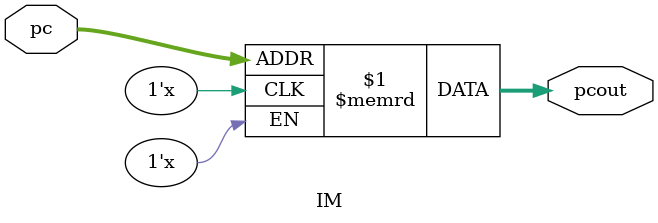
<source format=v>
`timescale 1ns/1ns
module IM( input [9:0] pc,output [15:0] pcout);
  reg [15:0] m [0:1023];
  assign pcout = m[pc];
endmodule 

</source>
